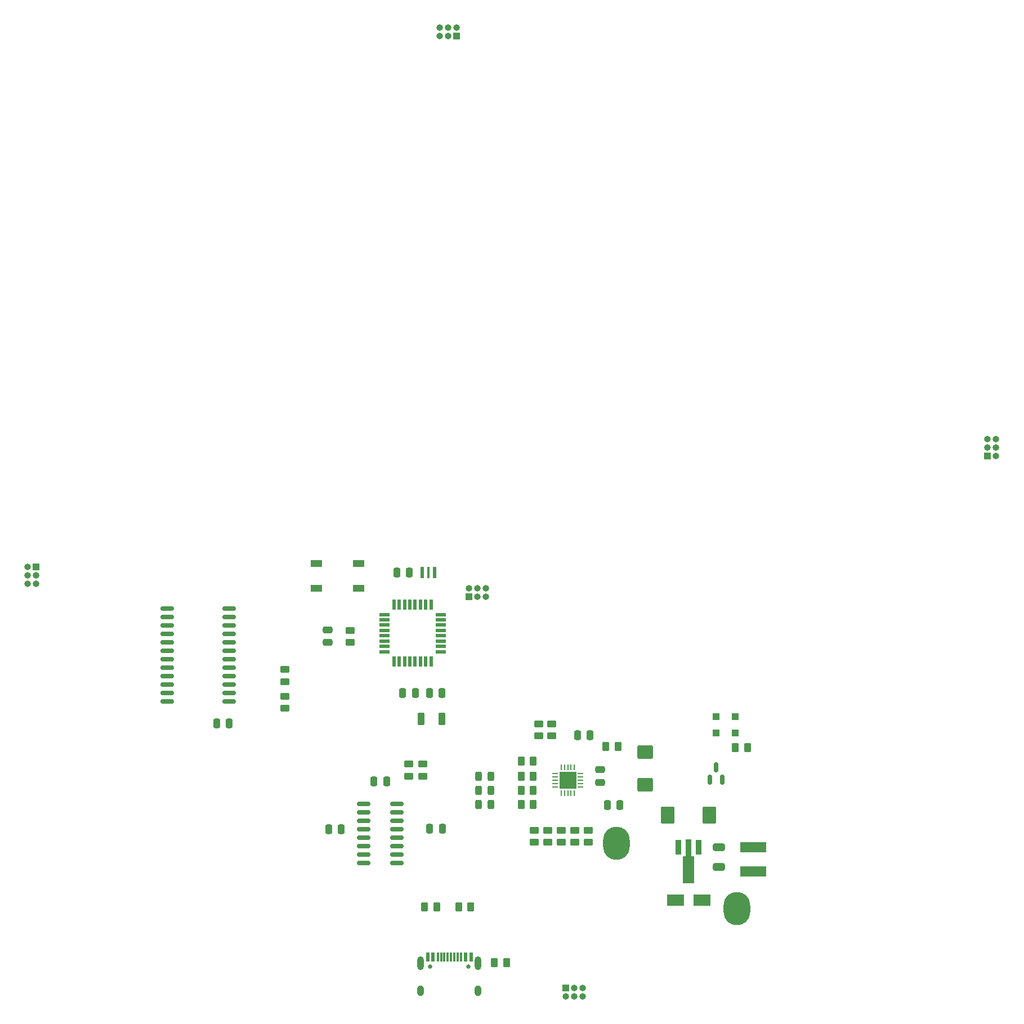
<source format=gbr>
%TF.GenerationSoftware,KiCad,Pcbnew,(6.0.6)*%
%TF.CreationDate,2022-06-29T12:44:08+02:00*%
%TF.ProjectId,CNLJS,434e4c4a-532e-46b6-9963-61645f706362,rev?*%
%TF.SameCoordinates,Original*%
%TF.FileFunction,Soldermask,Bot*%
%TF.FilePolarity,Negative*%
%FSLAX46Y46*%
G04 Gerber Fmt 4.6, Leading zero omitted, Abs format (unit mm)*
G04 Created by KiCad (PCBNEW (6.0.6)) date 2022-06-29 12:44:08*
%MOMM*%
%LPD*%
G01*
G04 APERTURE LIST*
G04 Aperture macros list*
%AMRoundRect*
0 Rectangle with rounded corners*
0 $1 Rounding radius*
0 $2 $3 $4 $5 $6 $7 $8 $9 X,Y pos of 4 corners*
0 Add a 4 corners polygon primitive as box body*
4,1,4,$2,$3,$4,$5,$6,$7,$8,$9,$2,$3,0*
0 Add four circle primitives for the rounded corners*
1,1,$1+$1,$2,$3*
1,1,$1+$1,$4,$5*
1,1,$1+$1,$6,$7*
1,1,$1+$1,$8,$9*
0 Add four rect primitives between the rounded corners*
20,1,$1+$1,$2,$3,$4,$5,0*
20,1,$1+$1,$4,$5,$6,$7,0*
20,1,$1+$1,$6,$7,$8,$9,0*
20,1,$1+$1,$8,$9,$2,$3,0*%
%AMFreePoly0*
4,1,9,5.362500,-0.866500,1.237500,-0.866500,1.237500,-0.450000,-1.237500,-0.450000,-1.237500,0.450000,1.237500,0.450000,1.237500,0.866500,5.362500,0.866500,5.362500,-0.866500,5.362500,-0.866500,$1*%
G04 Aperture macros list end*
%ADD10R,1.000000X1.000000*%
%ADD11O,1.000000X1.000000*%
%ADD12RoundRect,0.062500X0.062500X-0.350000X0.062500X0.350000X-0.062500X0.350000X-0.062500X-0.350000X0*%
%ADD13RoundRect,0.062500X0.350000X-0.062500X0.350000X0.062500X-0.350000X0.062500X-0.350000X-0.062500X0*%
%ADD14R,2.500000X2.500000*%
%ADD15RoundRect,0.250000X-0.250000X-0.475000X0.250000X-0.475000X0.250000X0.475000X-0.250000X0.475000X0*%
%ADD16RoundRect,0.150000X0.825000X0.150000X-0.825000X0.150000X-0.825000X-0.150000X0.825000X-0.150000X0*%
%ADD17RoundRect,0.250000X0.262500X0.450000X-0.262500X0.450000X-0.262500X-0.450000X0.262500X-0.450000X0*%
%ADD18RoundRect,0.243750X0.243750X0.456250X-0.243750X0.456250X-0.243750X-0.456250X0.243750X-0.456250X0*%
%ADD19C,0.650000*%
%ADD20R,0.600000X1.450000*%
%ADD21R,0.300000X1.450000*%
%ADD22O,1.000000X2.100000*%
%ADD23O,1.000000X1.600000*%
%ADD24RoundRect,0.250000X-0.450000X0.262500X-0.450000X-0.262500X0.450000X-0.262500X0.450000X0.262500X0*%
%ADD25RoundRect,0.250000X-0.262500X-0.450000X0.262500X-0.450000X0.262500X0.450000X-0.262500X0.450000X0*%
%ADD26R,0.900000X2.300000*%
%ADD27FreePoly0,270.000000*%
%ADD28O,4.000000X5.000000*%
%ADD29RoundRect,0.250000X0.475000X-0.250000X0.475000X0.250000X-0.475000X0.250000X-0.475000X-0.250000X0*%
%ADD30RoundRect,0.250000X0.787500X1.025000X-0.787500X1.025000X-0.787500X-1.025000X0.787500X-1.025000X0*%
%ADD31RoundRect,0.250000X-0.475000X0.250000X-0.475000X-0.250000X0.475000X-0.250000X0.475000X0.250000X0*%
%ADD32RoundRect,0.250000X0.450000X-0.262500X0.450000X0.262500X-0.450000X0.262500X-0.450000X-0.262500X0*%
%ADD33RoundRect,0.250000X-0.650000X0.325000X-0.650000X-0.325000X0.650000X-0.325000X0.650000X0.325000X0*%
%ADD34RoundRect,0.250000X0.925000X-0.787500X0.925000X0.787500X-0.925000X0.787500X-0.925000X-0.787500X0*%
%ADD35R,0.550000X1.600000*%
%ADD36R,1.600000X0.550000*%
%ADD37RoundRect,0.250000X0.250000X0.475000X-0.250000X0.475000X-0.250000X-0.475000X0.250000X-0.475000X0*%
%ADD38R,4.000000X1.500000*%
%ADD39R,1.700000X1.000000*%
%ADD40R,2.500000X1.800000*%
%ADD41R,0.600000X1.700000*%
%ADD42R,0.400000X1.700000*%
%ADD43RoundRect,0.150000X0.150000X-0.587500X0.150000X0.587500X-0.150000X0.587500X-0.150000X-0.587500X0*%
%ADD44RoundRect,0.250000X-0.275000X-0.700000X0.275000X-0.700000X0.275000X0.700000X-0.275000X0.700000X0*%
%ADD45RoundRect,0.150000X-0.875000X-0.150000X0.875000X-0.150000X0.875000X0.150000X-0.875000X0.150000X0*%
G04 APERTURE END LIST*
D10*
%TO.C,J18*%
X134375000Y-21395000D03*
D11*
X134375000Y-20125000D03*
X133105000Y-21395000D03*
X133105000Y-20125000D03*
X131835000Y-21395000D03*
X131835000Y-20125000D03*
%TD*%
D10*
%TO.C,J17*%
X71145000Y-101225000D03*
D11*
X69875000Y-101225000D03*
X71145000Y-102495000D03*
X69875000Y-102495000D03*
X71145000Y-103765000D03*
X69875000Y-103765000D03*
%TD*%
D10*
%TO.C,J19*%
X214255000Y-84525000D03*
D11*
X215525000Y-84525000D03*
X214255000Y-83255000D03*
X215525000Y-83255000D03*
X214255000Y-81985000D03*
X215525000Y-81985000D03*
%TD*%
D10*
%TO.C,J20*%
X150825000Y-164555000D03*
D11*
X150825000Y-165825000D03*
X152095000Y-164555000D03*
X152095000Y-165825000D03*
X153365000Y-164555000D03*
X153365000Y-165825000D03*
%TD*%
D12*
%TO.C,U2*%
X152100000Y-135286500D03*
X151600000Y-135286500D03*
X151100000Y-135286500D03*
X150600000Y-135286500D03*
X150100000Y-135286500D03*
D13*
X149162500Y-134349000D03*
X149162500Y-133849000D03*
X149162500Y-133349000D03*
X149162500Y-132849000D03*
X149162500Y-132349000D03*
D12*
X150100000Y-131411500D03*
X150600000Y-131411500D03*
X151100000Y-131411500D03*
X151600000Y-131411500D03*
X152100000Y-131411500D03*
D13*
X153037500Y-132349000D03*
X153037500Y-132849000D03*
X153037500Y-133349000D03*
X153037500Y-133849000D03*
X153037500Y-134349000D03*
D14*
X151100000Y-133349000D03*
%TD*%
D15*
%TO.C,C16*%
X152549000Y-126549000D03*
X154449000Y-126549000D03*
%TD*%
D16*
%TO.C,U3*%
X125375000Y-136855000D03*
X125375000Y-138125000D03*
X125375000Y-139395000D03*
X125375000Y-140665000D03*
X125375000Y-141935000D03*
X125375000Y-143205000D03*
X125375000Y-144475000D03*
X125375000Y-145745000D03*
X120425000Y-145745000D03*
X120425000Y-144475000D03*
X120425000Y-143205000D03*
X120425000Y-141935000D03*
X120425000Y-140665000D03*
X120425000Y-139395000D03*
X120425000Y-138125000D03*
X120425000Y-136855000D03*
%TD*%
D17*
%TO.C,R16*%
X131400000Y-152400000D03*
X129575000Y-152400000D03*
%TD*%
D18*
%TO.C,D14*%
X139537500Y-132749000D03*
X137662500Y-132749000D03*
%TD*%
%TO.C,D13*%
X139537500Y-136949000D03*
X137662500Y-136949000D03*
%TD*%
D19*
%TO.C,J2*%
X136190000Y-161359000D03*
X130410000Y-161359000D03*
D20*
X136550000Y-159914000D03*
X135750000Y-159914000D03*
D21*
X134550000Y-159914000D03*
X133550000Y-159914000D03*
X133050000Y-159914000D03*
X132050000Y-159914000D03*
D20*
X130850000Y-159914000D03*
X130050000Y-159914000D03*
X130050000Y-159914000D03*
X130850000Y-159914000D03*
D21*
X131550000Y-159914000D03*
X132550000Y-159914000D03*
X134050000Y-159914000D03*
X135050000Y-159914000D03*
D20*
X135750000Y-159914000D03*
X136550000Y-159914000D03*
D22*
X137620000Y-160829000D03*
D23*
X137620000Y-165009000D03*
X128980000Y-165009000D03*
D22*
X128980000Y-160829000D03*
%TD*%
D24*
%TO.C,R4*%
X150150000Y-140836500D03*
X150150000Y-142661500D03*
%TD*%
%TO.C,R11*%
X152150000Y-140836500D03*
X152150000Y-142661500D03*
%TD*%
D25*
%TO.C,R17*%
X134687500Y-152400000D03*
X136512500Y-152400000D03*
%TD*%
D26*
%TO.C,U4*%
X167750000Y-143399000D03*
D27*
X169250000Y-143486500D03*
D26*
X170750000Y-143399000D03*
%TD*%
D28*
%TO.C,J21*%
X176500000Y-152600000D03*
%TD*%
%TO.C,J22*%
X158400000Y-142850000D03*
%TD*%
D24*
%TO.C,R20*%
X108550000Y-116686500D03*
X108550000Y-118511500D03*
%TD*%
D25*
%TO.C,R1*%
X176287500Y-128400000D03*
X178112500Y-128400000D03*
%TD*%
D29*
%TO.C,C14*%
X156000000Y-133650000D03*
X156000000Y-131750000D03*
%TD*%
D10*
%TO.C,D2*%
X173400000Y-123750000D03*
X173400000Y-126250000D03*
%TD*%
D30*
%TO.C,C21*%
X172362500Y-138549000D03*
X166137500Y-138549000D03*
%TD*%
D25*
%TO.C,R9*%
X156837500Y-128249000D03*
X158662500Y-128249000D03*
%TD*%
D17*
%TO.C,R12*%
X145912500Y-130449000D03*
X144087500Y-130449000D03*
%TD*%
D25*
%TO.C,R14*%
X144087500Y-132749000D03*
X145912500Y-132749000D03*
%TD*%
D31*
%TO.C,C12*%
X114949000Y-110700000D03*
X114949000Y-112600000D03*
%TD*%
D24*
%TO.C,R19*%
X127200000Y-130887500D03*
X127200000Y-132712500D03*
%TD*%
D32*
%TO.C,R21*%
X108550000Y-122511500D03*
X108550000Y-120686500D03*
%TD*%
D33*
%TO.C,C20*%
X173800000Y-143426000D03*
X173800000Y-146376000D03*
%TD*%
D15*
%TO.C,C15*%
X157050000Y-137100000D03*
X158950000Y-137100000D03*
%TD*%
D34*
%TO.C,C13*%
X162700000Y-134011500D03*
X162700000Y-129086500D03*
%TD*%
D15*
%TO.C,C19*%
X121950000Y-133500000D03*
X123850000Y-133500000D03*
%TD*%
D35*
%TO.C,U18*%
X124949000Y-106950000D03*
X125749000Y-106950000D03*
X126549000Y-106950000D03*
X127349000Y-106950000D03*
X128149000Y-106950000D03*
X128949000Y-106950000D03*
X129749000Y-106950000D03*
X130549000Y-106950000D03*
D36*
X131999000Y-108400000D03*
X131999000Y-109200000D03*
X131999000Y-110000000D03*
X131999000Y-110800000D03*
X131999000Y-111600000D03*
X131999000Y-112400000D03*
X131999000Y-113200000D03*
X131999000Y-114000000D03*
D35*
X130549000Y-115450000D03*
X129749000Y-115450000D03*
X128949000Y-115450000D03*
X128149000Y-115450000D03*
X127349000Y-115450000D03*
X126549000Y-115450000D03*
X125749000Y-115450000D03*
X124949000Y-115450000D03*
D36*
X123499000Y-114000000D03*
X123499000Y-113200000D03*
X123499000Y-112400000D03*
X123499000Y-111600000D03*
X123499000Y-110800000D03*
X123499000Y-110000000D03*
X123499000Y-109200000D03*
X123499000Y-108400000D03*
%TD*%
D32*
%TO.C,R5*%
X148699000Y-126661500D03*
X148699000Y-124836500D03*
%TD*%
%TO.C,R10*%
X154150000Y-142661500D03*
X154150000Y-140836500D03*
%TD*%
D37*
%TO.C,C22*%
X128150000Y-120200000D03*
X126250000Y-120200000D03*
%TD*%
D10*
%TO.C,J1*%
X136210000Y-105770000D03*
D11*
X136210000Y-104500000D03*
X137480000Y-105770000D03*
X137480000Y-104500000D03*
X138750000Y-105770000D03*
X138750000Y-104500000D03*
%TD*%
D15*
%TO.C,C23*%
X130299000Y-120200000D03*
X132199000Y-120200000D03*
%TD*%
D38*
%TO.C,L1*%
X178950000Y-147050000D03*
X178950000Y-143450000D03*
%TD*%
D25*
%TO.C,R15*%
X144087500Y-134849000D03*
X145912500Y-134849000D03*
%TD*%
D37*
%TO.C,C24*%
X100200000Y-124750000D03*
X98300000Y-124750000D03*
%TD*%
D39*
%TO.C,SW1*%
X119600000Y-100697000D03*
X113300000Y-100697000D03*
X119600000Y-104497000D03*
X113300000Y-104497000D03*
%TD*%
D18*
%TO.C,D15*%
X139537500Y-134849000D03*
X137662500Y-134849000D03*
%TD*%
D24*
%TO.C,R18*%
X129300000Y-130887500D03*
X129300000Y-132712500D03*
%TD*%
D40*
%TO.C,D16*%
X167300000Y-151350000D03*
X171300000Y-151350000D03*
%TD*%
D41*
%TO.C,Y1*%
X131099000Y-102100000D03*
D42*
X130149000Y-102100000D03*
D41*
X129199000Y-102100000D03*
%TD*%
D25*
%TO.C,R23*%
X140087500Y-160799000D03*
X141912500Y-160799000D03*
%TD*%
D37*
%TO.C,C11*%
X127299000Y-102100000D03*
X125399000Y-102100000D03*
%TD*%
D43*
%TO.C,Q1*%
X174350000Y-133237500D03*
X172450000Y-133237500D03*
X173400000Y-131362500D03*
%TD*%
D25*
%TO.C,R13*%
X144087500Y-136949000D03*
X145912500Y-136949000D03*
%TD*%
D24*
%TO.C,R8*%
X148100000Y-140836500D03*
X148100000Y-142661500D03*
%TD*%
%TO.C,R7*%
X146050000Y-140849000D03*
X146050000Y-142674000D03*
%TD*%
D10*
%TO.C,D1*%
X176300000Y-123750000D03*
X176300000Y-126250000D03*
%TD*%
D24*
%TO.C,R3*%
X118399000Y-110787500D03*
X118399000Y-112612500D03*
%TD*%
D32*
%TO.C,R6*%
X146699000Y-126661500D03*
X146699000Y-124836500D03*
%TD*%
D44*
%TO.C,L2*%
X129024000Y-124100000D03*
X132174000Y-124100000D03*
%TD*%
D15*
%TO.C,C17*%
X130350000Y-140650000D03*
X132250000Y-140650000D03*
%TD*%
%TO.C,C18*%
X115150000Y-140665000D03*
X117050000Y-140665000D03*
%TD*%
D45*
%TO.C,U17*%
X90850000Y-121485000D03*
X90850000Y-120215000D03*
X90850000Y-118945000D03*
X90850000Y-117675000D03*
X90850000Y-116405000D03*
X90850000Y-115135000D03*
X90850000Y-113865000D03*
X90850000Y-112595000D03*
X90850000Y-111325000D03*
X90850000Y-110055000D03*
X90850000Y-108785000D03*
X90850000Y-107515000D03*
X100150000Y-107515000D03*
X100150000Y-108785000D03*
X100150000Y-110055000D03*
X100150000Y-111325000D03*
X100150000Y-112595000D03*
X100150000Y-113865000D03*
X100150000Y-115135000D03*
X100150000Y-116405000D03*
X100150000Y-117675000D03*
X100150000Y-118945000D03*
X100150000Y-120215000D03*
X100150000Y-121485000D03*
%TD*%
M02*

</source>
